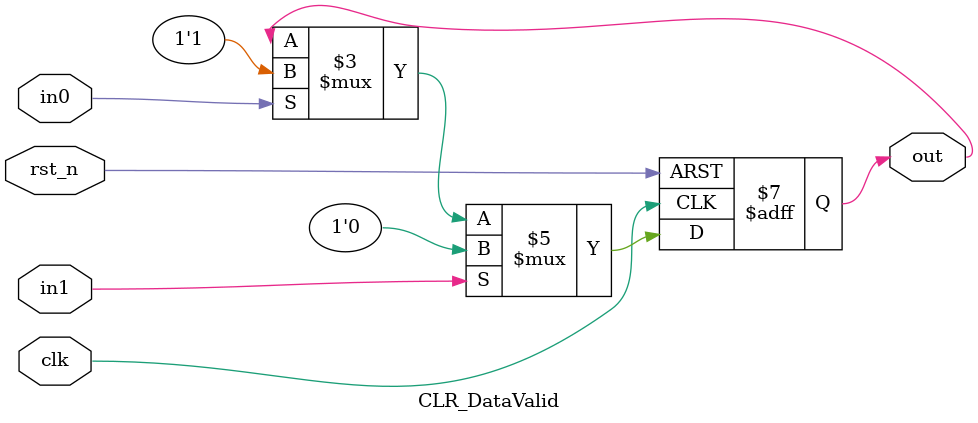
<source format=v>
module CLR_DataValid (
    input wire clk,
    input wire rst_n,
    input wire in0,
    input wire in1,
    output reg out
);


    always @(posedge clk or negedge rst_n) begin
        if (!rst_n) begin
            out <= 0;
        end else begin
            if (in0) begin
                out <= 1;
            end
            if (in1) begin
                out <= 0;
            end
        end
    end

endmodule

</source>
